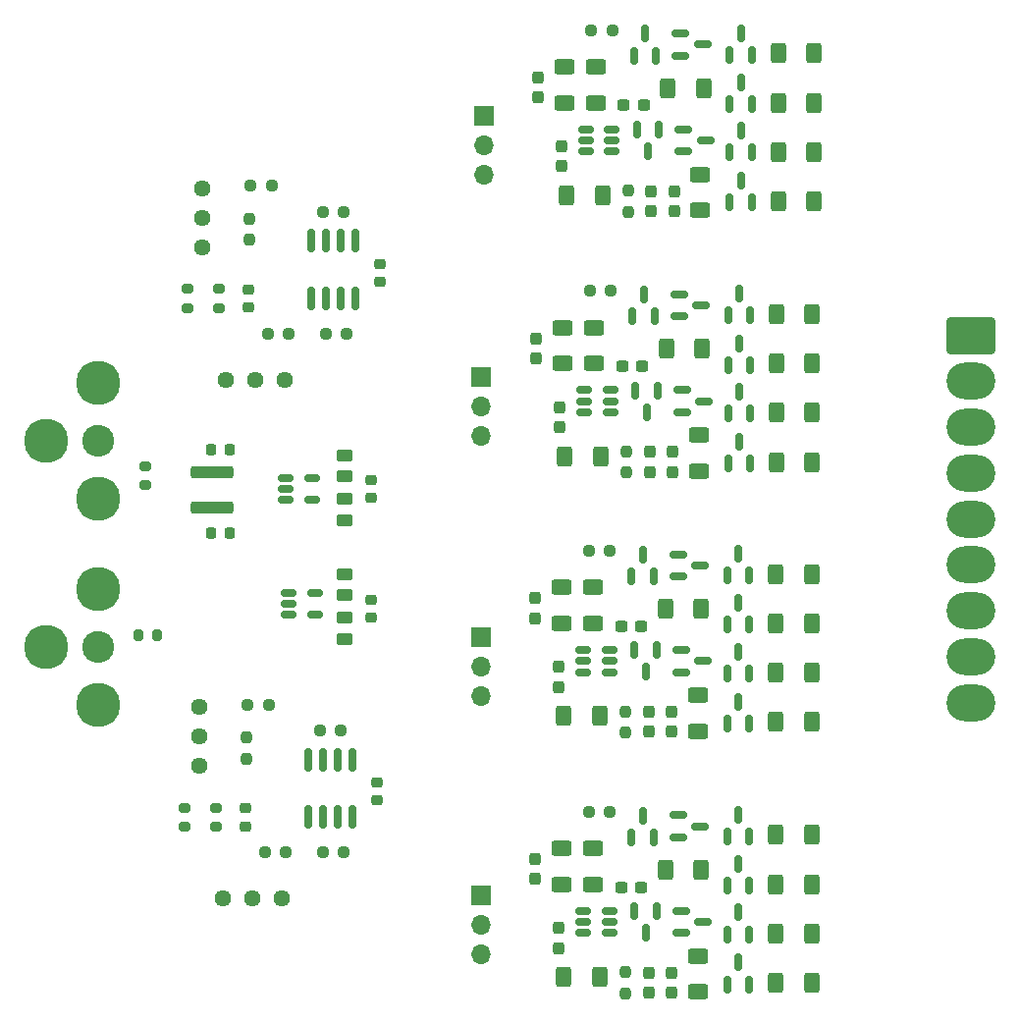
<source format=gbr>
%TF.GenerationSoftware,KiCad,Pcbnew,9.0.0*%
%TF.CreationDate,2025-03-19T20:57:18-07:00*%
%TF.ProjectId,deflection_board_2,6465666c-6563-4746-996f-6e5f626f6172,rev?*%
%TF.SameCoordinates,Original*%
%TF.FileFunction,Soldermask,Top*%
%TF.FilePolarity,Negative*%
%FSLAX46Y46*%
G04 Gerber Fmt 4.6, Leading zero omitted, Abs format (unit mm)*
G04 Created by KiCad (PCBNEW 9.0.0) date 2025-03-19 20:57:18*
%MOMM*%
%LPD*%
G01*
G04 APERTURE LIST*
G04 Aperture macros list*
%AMRoundRect*
0 Rectangle with rounded corners*
0 $1 Rounding radius*
0 $2 $3 $4 $5 $6 $7 $8 $9 X,Y pos of 4 corners*
0 Add a 4 corners polygon primitive as box body*
4,1,4,$2,$3,$4,$5,$6,$7,$8,$9,$2,$3,0*
0 Add four circle primitives for the rounded corners*
1,1,$1+$1,$2,$3*
1,1,$1+$1,$4,$5*
1,1,$1+$1,$6,$7*
1,1,$1+$1,$8,$9*
0 Add four rect primitives between the rounded corners*
20,1,$1+$1,$2,$3,$4,$5,0*
20,1,$1+$1,$4,$5,$6,$7,0*
20,1,$1+$1,$6,$7,$8,$9,0*
20,1,$1+$1,$8,$9,$2,$3,0*%
G04 Aperture macros list end*
%ADD10RoundRect,0.200000X-0.275000X0.200000X-0.275000X-0.200000X0.275000X-0.200000X0.275000X0.200000X0*%
%ADD11C,3.820000*%
%ADD12C,2.754000*%
%ADD13RoundRect,0.237500X-0.250000X-0.237500X0.250000X-0.237500X0.250000X0.237500X-0.250000X0.237500X0*%
%ADD14RoundRect,0.150000X-0.587500X-0.150000X0.587500X-0.150000X0.587500X0.150000X-0.587500X0.150000X0*%
%ADD15RoundRect,0.250000X0.400000X0.625000X-0.400000X0.625000X-0.400000X-0.625000X0.400000X-0.625000X0*%
%ADD16RoundRect,0.250000X-0.400000X-0.625000X0.400000X-0.625000X0.400000X0.625000X-0.400000X0.625000X0*%
%ADD17RoundRect,0.250000X-0.450000X0.262500X-0.450000X-0.262500X0.450000X-0.262500X0.450000X0.262500X0*%
%ADD18RoundRect,0.150000X0.150000X-0.587500X0.150000X0.587500X-0.150000X0.587500X-0.150000X-0.587500X0*%
%ADD19RoundRect,0.237500X0.250000X0.237500X-0.250000X0.237500X-0.250000X-0.237500X0.250000X-0.237500X0*%
%ADD20RoundRect,0.150000X-0.150000X0.587500X-0.150000X-0.587500X0.150000X-0.587500X0.150000X0.587500X0*%
%ADD21RoundRect,0.200000X0.275000X-0.200000X0.275000X0.200000X-0.275000X0.200000X-0.275000X-0.200000X0*%
%ADD22RoundRect,0.250000X0.625000X-0.400000X0.625000X0.400000X-0.625000X0.400000X-0.625000X-0.400000X0*%
%ADD23C,1.440000*%
%ADD24R,1.700000X1.700000*%
%ADD25O,1.700000X1.700000*%
%ADD26RoundRect,0.250000X-0.625000X0.400000X-0.625000X-0.400000X0.625000X-0.400000X0.625000X0.400000X0*%
%ADD27RoundRect,0.225000X0.250000X-0.225000X0.250000X0.225000X-0.250000X0.225000X-0.250000X-0.225000X0*%
%ADD28RoundRect,0.150000X-0.512500X-0.150000X0.512500X-0.150000X0.512500X0.150000X-0.512500X0.150000X0*%
%ADD29RoundRect,0.237500X-0.237500X0.300000X-0.237500X-0.300000X0.237500X-0.300000X0.237500X0.300000X0*%
%ADD30RoundRect,0.225000X-0.250000X0.225000X-0.250000X-0.225000X0.250000X-0.225000X0.250000X0.225000X0*%
%ADD31RoundRect,0.237500X-0.300000X-0.237500X0.300000X-0.237500X0.300000X0.237500X-0.300000X0.237500X0*%
%ADD32RoundRect,0.150000X0.512500X0.150000X-0.512500X0.150000X-0.512500X-0.150000X0.512500X-0.150000X0*%
%ADD33RoundRect,0.150000X0.150000X-0.825000X0.150000X0.825000X-0.150000X0.825000X-0.150000X-0.825000X0*%
%ADD34RoundRect,0.225000X-0.225000X-0.250000X0.225000X-0.250000X0.225000X0.250000X-0.225000X0.250000X0*%
%ADD35RoundRect,0.237500X-0.237500X0.250000X-0.237500X-0.250000X0.237500X-0.250000X0.237500X0.250000X0*%
%ADD36RoundRect,0.237500X0.237500X-0.300000X0.237500X0.300000X-0.237500X0.300000X-0.237500X-0.300000X0*%
%ADD37RoundRect,0.237500X0.237500X-0.250000X0.237500X0.250000X-0.237500X0.250000X-0.237500X-0.250000X0*%
%ADD38RoundRect,0.250000X-1.600000X0.300000X-1.600000X-0.300000X1.600000X-0.300000X1.600000X0.300000X0*%
%ADD39RoundRect,0.200000X0.200000X0.275000X-0.200000X0.275000X-0.200000X-0.275000X0.200000X-0.275000X0*%
%ADD40RoundRect,0.250000X-1.850000X1.330000X-1.850000X-1.330000X1.850000X-1.330000X1.850000X1.330000X0*%
%ADD41O,4.200000X3.160000*%
G04 APERTURE END LIST*
D10*
%TO.C,R46*%
X151150000Y-135395000D03*
X151150000Y-137045000D03*
%TD*%
D11*
%TO.C,J6*%
X143750000Y-98750000D03*
X143750000Y-108750000D03*
X139250000Y-103750000D03*
D12*
X143750000Y-103750000D03*
%TD*%
D13*
%TO.C,R33*%
X186012500Y-135745000D03*
X187837500Y-135745000D03*
%TD*%
D14*
%TO.C,Q12*%
X194068750Y-99384045D03*
X194068750Y-101284045D03*
X195943750Y-100334045D03*
%TD*%
%TO.C,Q19*%
X193737500Y-113545000D03*
X193737500Y-115445000D03*
X195612500Y-114495000D03*
%TD*%
D15*
%TO.C,R39*%
X205225000Y-137745000D03*
X202125000Y-137745000D03*
%TD*%
D16*
%TO.C,R38*%
X202125000Y-150495000D03*
X205225000Y-150495000D03*
%TD*%
D17*
%TO.C,R52*%
X165000000Y-119000000D03*
X165000000Y-120825000D03*
%TD*%
D18*
%TO.C,Q30*%
X197975000Y-150620000D03*
X199875000Y-150620000D03*
X198925000Y-148745000D03*
%TD*%
D15*
%TO.C,R19*%
X205306250Y-92834045D03*
X202206250Y-92834045D03*
%TD*%
D19*
%TO.C,R59*%
X158662500Y-81750000D03*
X156837500Y-81750000D03*
%TD*%
D20*
%TO.C,Q3*%
X192093750Y-76902252D03*
X190193750Y-76902252D03*
X191143750Y-78777252D03*
%TD*%
D21*
%TO.C,R53*%
X147750000Y-107575000D03*
X147750000Y-105925000D03*
%TD*%
D22*
%TO.C,R32*%
X183675000Y-141995000D03*
X183675000Y-138895000D03*
%TD*%
D15*
%TO.C,R29*%
X205225000Y-115245000D03*
X202125000Y-115245000D03*
%TD*%
D18*
%TO.C,Q29*%
X197975000Y-142120000D03*
X199875000Y-142120000D03*
X198925000Y-140245000D03*
%TD*%
D15*
%TO.C,R35*%
X205225000Y-141995000D03*
X202125000Y-141995000D03*
%TD*%
D23*
%TO.C,RV8*%
X152400000Y-126720000D03*
X152400000Y-129260000D03*
X152400000Y-131800000D03*
%TD*%
D24*
%TO.C,J4*%
X176750000Y-142975000D03*
D25*
X176750000Y-145515000D03*
X176750000Y-148055000D03*
%TD*%
D26*
%TO.C,R1*%
X186643750Y-71489752D03*
X186643750Y-74589752D03*
%TD*%
%TO.C,R21*%
X186425000Y-116395000D03*
X186425000Y-119495000D03*
%TD*%
D11*
%TO.C,J7*%
X143750000Y-116500000D03*
X143750000Y-126500000D03*
X139250000Y-121500000D03*
D12*
X143750000Y-121500000D03*
%TD*%
D27*
%TO.C,C21*%
X156650000Y-92245000D03*
X156650000Y-90695000D03*
%TD*%
D15*
%TO.C,R36*%
X195725000Y-140745000D03*
X192625000Y-140745000D03*
%TD*%
D28*
%TO.C,U5*%
X159862500Y-106962500D03*
X159862500Y-107912500D03*
X159862500Y-108862500D03*
X162137500Y-108862500D03*
X162137500Y-106962500D03*
%TD*%
D20*
%TO.C,Q26*%
X191875000Y-144307500D03*
X189975000Y-144307500D03*
X190925000Y-146182500D03*
%TD*%
D15*
%TO.C,R16*%
X195806250Y-95834045D03*
X192706250Y-95834045D03*
%TD*%
D29*
%TO.C,C16*%
X183425000Y-145770000D03*
X183425000Y-147495000D03*
%TD*%
D30*
%TO.C,C30*%
X167250000Y-117475000D03*
X167250000Y-119025000D03*
%TD*%
D13*
%TO.C,R62*%
X163337500Y-94500000D03*
X165162500Y-94500000D03*
%TD*%
D31*
%TO.C,C15*%
X188812500Y-119745000D03*
X190537500Y-119745000D03*
%TD*%
D32*
%TO.C,U1*%
X188031250Y-78789752D03*
X188031250Y-77839752D03*
X188031250Y-76889752D03*
X185756250Y-76889752D03*
X185756250Y-77839752D03*
X185756250Y-78789752D03*
%TD*%
D18*
%TO.C,Q31*%
X197975000Y-137870000D03*
X199875000Y-137870000D03*
X198925000Y-135995000D03*
%TD*%
D29*
%TO.C,C2*%
X181643750Y-72427252D03*
X181643750Y-74152252D03*
%TD*%
D33*
%TO.C,U6*%
X162095000Y-91475000D03*
X163365000Y-91475000D03*
X164635000Y-91475000D03*
X165905000Y-91475000D03*
X165905000Y-86525000D03*
X164635000Y-86525000D03*
X163365000Y-86525000D03*
X162095000Y-86525000D03*
%TD*%
D16*
%TO.C,R42*%
X183956250Y-105084045D03*
X187056250Y-105084045D03*
%TD*%
D22*
%TO.C,R17*%
X195506250Y-106384045D03*
X195506250Y-103284045D03*
%TD*%
D14*
%TO.C,Q2*%
X193956250Y-68639752D03*
X193956250Y-70539752D03*
X195831250Y-69589752D03*
%TD*%
D34*
%TO.C,C25*%
X153475000Y-111750000D03*
X155025000Y-111750000D03*
%TD*%
D31*
%TO.C,C10*%
X188893750Y-97334045D03*
X190618750Y-97334045D03*
%TD*%
%TO.C,C20*%
X188812500Y-142245000D03*
X190537500Y-142245000D03*
%TD*%
D35*
%TO.C,R14*%
X189256250Y-104671545D03*
X189256250Y-106496545D03*
%TD*%
D15*
%TO.C,R25*%
X205225000Y-119495000D03*
X202125000Y-119495000D03*
%TD*%
D23*
%TO.C,RV7*%
X154700000Y-98500000D03*
X157240000Y-98500000D03*
X159780000Y-98500000D03*
%TD*%
D13*
%TO.C,R70*%
X162837500Y-128750000D03*
X164662500Y-128750000D03*
%TD*%
D18*
%TO.C,Q13*%
X198056250Y-97209045D03*
X199956250Y-97209045D03*
X199006250Y-95334045D03*
%TD*%
D36*
%TO.C,C13*%
X193175000Y-128857500D03*
X193175000Y-127132500D03*
%TD*%
D19*
%TO.C,R61*%
X160162500Y-94500000D03*
X158337500Y-94500000D03*
%TD*%
D18*
%TO.C,Q23*%
X197975000Y-115370000D03*
X199875000Y-115370000D03*
X198925000Y-113495000D03*
%TD*%
D29*
%TO.C,C14*%
X181425000Y-117332500D03*
X181425000Y-119057500D03*
%TD*%
D18*
%TO.C,Q6*%
X198193750Y-70464752D03*
X200093750Y-70464752D03*
X199143750Y-68589752D03*
%TD*%
%TO.C,Q25*%
X189725000Y-137932500D03*
X191625000Y-137932500D03*
X190675000Y-136057500D03*
%TD*%
D16*
%TO.C,R10*%
X202343750Y-78839752D03*
X205443750Y-78839752D03*
%TD*%
D19*
%TO.C,R65*%
X159912500Y-139250000D03*
X158087500Y-139250000D03*
%TD*%
D16*
%TO.C,R40*%
X202125000Y-146245000D03*
X205225000Y-146245000D03*
%TD*%
D22*
%TO.C,R4*%
X195643750Y-83889752D03*
X195643750Y-80789752D03*
%TD*%
D17*
%TO.C,R51*%
X165000000Y-115250000D03*
X165000000Y-117075000D03*
%TD*%
D32*
%TO.C,U2*%
X187893750Y-101284045D03*
X187893750Y-100334045D03*
X187893750Y-99384045D03*
X185618750Y-99384045D03*
X185618750Y-100334045D03*
X185618750Y-101284045D03*
%TD*%
%TO.C,U3*%
X187812500Y-123695000D03*
X187812500Y-122745000D03*
X187812500Y-121795000D03*
X185537500Y-121795000D03*
X185537500Y-122745000D03*
X185537500Y-123695000D03*
%TD*%
D13*
%TO.C,R23*%
X186012500Y-113245000D03*
X187837500Y-113245000D03*
%TD*%
D22*
%TO.C,R27*%
X195425000Y-128795000D03*
X195425000Y-125695000D03*
%TD*%
D27*
%TO.C,C22*%
X156400000Y-136995000D03*
X156400000Y-135445000D03*
%TD*%
D13*
%TO.C,R5*%
X186231250Y-68339752D03*
X188056250Y-68339752D03*
%TD*%
D14*
%TO.C,Q4*%
X194206250Y-76889752D03*
X194206250Y-78789752D03*
X196081250Y-77839752D03*
%TD*%
D16*
%TO.C,R8*%
X202343750Y-83089752D03*
X205443750Y-83089752D03*
%TD*%
%TO.C,R44*%
X183875000Y-149995000D03*
X186975000Y-149995000D03*
%TD*%
D26*
%TO.C,R11*%
X186506250Y-93984045D03*
X186506250Y-97084045D03*
%TD*%
D16*
%TO.C,R28*%
X202125000Y-127995000D03*
X205225000Y-127995000D03*
%TD*%
D37*
%TO.C,R69*%
X156500000Y-131162500D03*
X156500000Y-129337500D03*
%TD*%
D15*
%TO.C,R3*%
X195943750Y-73339752D03*
X192843750Y-73339752D03*
%TD*%
D22*
%TO.C,R22*%
X183675000Y-119495000D03*
X183675000Y-116395000D03*
%TD*%
D34*
%TO.C,C27*%
X153475000Y-104500000D03*
X155025000Y-104500000D03*
%TD*%
D14*
%TO.C,Q20*%
X193987500Y-121795000D03*
X193987500Y-123695000D03*
X195862500Y-122745000D03*
%TD*%
D16*
%TO.C,R41*%
X184093750Y-82589752D03*
X187193750Y-82589752D03*
%TD*%
D18*
%TO.C,Q16*%
X198056250Y-101396545D03*
X199956250Y-101396545D03*
X199006250Y-99521545D03*
%TD*%
D29*
%TO.C,C9*%
X181506250Y-94921545D03*
X181506250Y-96646545D03*
%TD*%
D30*
%TO.C,C26*%
X167250000Y-107137500D03*
X167250000Y-108687500D03*
%TD*%
D22*
%TO.C,R37*%
X195425000Y-151295000D03*
X195425000Y-148195000D03*
%TD*%
D36*
%TO.C,C4*%
X191393750Y-83952252D03*
X191393750Y-82227252D03*
%TD*%
D24*
%TO.C,J1*%
X177000000Y-75725000D03*
D25*
X177000000Y-78265000D03*
X177000000Y-80805000D03*
%TD*%
D33*
%TO.C,U7*%
X161845000Y-136225000D03*
X163115000Y-136225000D03*
X164385000Y-136225000D03*
X165655000Y-136225000D03*
X165655000Y-131275000D03*
X164385000Y-131275000D03*
X163115000Y-131275000D03*
X161845000Y-131275000D03*
%TD*%
D21*
%TO.C,R48*%
X153900000Y-137045000D03*
X153900000Y-135395000D03*
%TD*%
D29*
%TO.C,C3*%
X183643750Y-78364752D03*
X183643750Y-80089752D03*
%TD*%
%TO.C,C6*%
X183506250Y-100859045D03*
X183506250Y-102584045D03*
%TD*%
D38*
%TO.C,L1*%
X153500000Y-106500000D03*
X153500000Y-109500000D03*
%TD*%
D24*
%TO.C,J3*%
X176750000Y-120725000D03*
D25*
X176750000Y-123265000D03*
X176750000Y-125805000D03*
%TD*%
D32*
%TO.C,U4*%
X187812500Y-146195000D03*
X187812500Y-145245000D03*
X187812500Y-144295000D03*
X185537500Y-144295000D03*
X185537500Y-145245000D03*
X185537500Y-146195000D03*
%TD*%
D18*
%TO.C,Q15*%
X198056250Y-92959045D03*
X199956250Y-92959045D03*
X199006250Y-91084045D03*
%TD*%
D27*
%TO.C,C24*%
X167750000Y-134775000D03*
X167750000Y-133225000D03*
%TD*%
D35*
%TO.C,R24*%
X189175000Y-127082500D03*
X189175000Y-128907500D03*
%TD*%
D29*
%TO.C,C19*%
X181425000Y-139832500D03*
X181425000Y-141557500D03*
%TD*%
D15*
%TO.C,R7*%
X205443750Y-74589752D03*
X202343750Y-74589752D03*
%TD*%
D14*
%TO.C,Q28*%
X193987500Y-144295000D03*
X193987500Y-146195000D03*
X195862500Y-145245000D03*
%TD*%
D18*
%TO.C,Q1*%
X189943750Y-70527252D03*
X191843750Y-70527252D03*
X190893750Y-68652252D03*
%TD*%
D36*
%TO.C,C18*%
X193175000Y-151357500D03*
X193175000Y-149632500D03*
%TD*%
D18*
%TO.C,Q7*%
X198193750Y-83214752D03*
X200093750Y-83214752D03*
X199143750Y-81339752D03*
%TD*%
%TO.C,Q17*%
X189725000Y-115432500D03*
X191625000Y-115432500D03*
X190675000Y-113557500D03*
%TD*%
D23*
%TO.C,RV6*%
X152650000Y-81970000D03*
X152650000Y-84510000D03*
X152650000Y-87050000D03*
%TD*%
D18*
%TO.C,Q9*%
X189806250Y-93021545D03*
X191706250Y-93021545D03*
X190756250Y-91146545D03*
%TD*%
D35*
%TO.C,R34*%
X189175000Y-149582500D03*
X189175000Y-151407500D03*
%TD*%
D27*
%TO.C,C23*%
X168000000Y-90025000D03*
X168000000Y-88475000D03*
%TD*%
D20*
%TO.C,Q10*%
X191956250Y-99396545D03*
X190056250Y-99396545D03*
X191006250Y-101271545D03*
%TD*%
D13*
%TO.C,R68*%
X163087500Y-84000000D03*
X164912500Y-84000000D03*
%TD*%
D31*
%TO.C,C1*%
X189031250Y-74839752D03*
X190756250Y-74839752D03*
%TD*%
D29*
%TO.C,C11*%
X183425000Y-123270000D03*
X183425000Y-124995000D03*
%TD*%
D36*
%TO.C,C5*%
X193393750Y-83952252D03*
X193393750Y-82227252D03*
%TD*%
D22*
%TO.C,R12*%
X183756250Y-97084045D03*
X183756250Y-93984045D03*
%TD*%
D14*
%TO.C,Q11*%
X193818750Y-91134045D03*
X193818750Y-93034045D03*
X195693750Y-92084045D03*
%TD*%
D18*
%TO.C,Q14*%
X198056250Y-105709045D03*
X199956250Y-105709045D03*
X199006250Y-103834045D03*
%TD*%
D35*
%TO.C,R6*%
X189393750Y-82177252D03*
X189393750Y-84002252D03*
%TD*%
D26*
%TO.C,R31*%
X186425000Y-138895000D03*
X186425000Y-141995000D03*
%TD*%
D13*
%TO.C,R13*%
X186093750Y-90834045D03*
X187918750Y-90834045D03*
%TD*%
D18*
%TO.C,Q32*%
X197975000Y-146307500D03*
X199875000Y-146307500D03*
X198925000Y-144432500D03*
%TD*%
D36*
%TO.C,C17*%
X191175000Y-151357500D03*
X191175000Y-149632500D03*
%TD*%
D10*
%TO.C,R45*%
X151400000Y-90645000D03*
X151400000Y-92295000D03*
%TD*%
D13*
%TO.C,R66*%
X163087500Y-139250000D03*
X164912500Y-139250000D03*
%TD*%
D16*
%TO.C,R20*%
X202206250Y-101334045D03*
X205306250Y-101334045D03*
%TD*%
D36*
%TO.C,C7*%
X191256250Y-106446545D03*
X191256250Y-104721545D03*
%TD*%
D19*
%TO.C,R63*%
X158412500Y-126500000D03*
X156587500Y-126500000D03*
%TD*%
D15*
%TO.C,R26*%
X195725000Y-118245000D03*
X192625000Y-118245000D03*
%TD*%
D18*
%TO.C,Q5*%
X198193750Y-74714752D03*
X200093750Y-74714752D03*
X199143750Y-72839752D03*
%TD*%
D36*
%TO.C,C8*%
X193256250Y-106446545D03*
X193256250Y-104721545D03*
%TD*%
D24*
%TO.C,J2*%
X176750000Y-98225000D03*
D25*
X176750000Y-100765000D03*
X176750000Y-103305000D03*
%TD*%
D39*
%TO.C,R54*%
X148825000Y-120500000D03*
X147175000Y-120500000D03*
%TD*%
D21*
%TO.C,R47*%
X154150000Y-92295000D03*
X154150000Y-90645000D03*
%TD*%
D18*
%TO.C,Q8*%
X198193750Y-78902252D03*
X200093750Y-78902252D03*
X199143750Y-77027252D03*
%TD*%
D16*
%TO.C,R30*%
X202125000Y-123745000D03*
X205225000Y-123745000D03*
%TD*%
D15*
%TO.C,R15*%
X205306250Y-97084045D03*
X202206250Y-97084045D03*
%TD*%
D37*
%TO.C,R67*%
X156750000Y-86412500D03*
X156750000Y-84587500D03*
%TD*%
D18*
%TO.C,Q21*%
X197975000Y-119620000D03*
X199875000Y-119620000D03*
X198925000Y-117745000D03*
%TD*%
D28*
%TO.C,U8*%
X160112500Y-116875000D03*
X160112500Y-117825000D03*
X160112500Y-118775000D03*
X162387500Y-118775000D03*
X162387500Y-116875000D03*
%TD*%
D22*
%TO.C,R2*%
X183893750Y-74589752D03*
X183893750Y-71489752D03*
%TD*%
D15*
%TO.C,R9*%
X205443750Y-70339752D03*
X202343750Y-70339752D03*
%TD*%
D18*
%TO.C,Q24*%
X197975000Y-123807500D03*
X199875000Y-123807500D03*
X198925000Y-121932500D03*
%TD*%
D17*
%TO.C,R50*%
X165000000Y-108750000D03*
X165000000Y-110575000D03*
%TD*%
D14*
%TO.C,Q27*%
X193737500Y-136045000D03*
X193737500Y-137945000D03*
X195612500Y-136995000D03*
%TD*%
D17*
%TO.C,R49*%
X165000000Y-105000000D03*
X165000000Y-106825000D03*
%TD*%
D20*
%TO.C,Q18*%
X191875000Y-121807500D03*
X189975000Y-121807500D03*
X190925000Y-123682500D03*
%TD*%
D36*
%TO.C,C12*%
X191175000Y-128857500D03*
X191175000Y-127132500D03*
%TD*%
D23*
%TO.C,RV9*%
X154450000Y-143250000D03*
X156990000Y-143250000D03*
X159530000Y-143250000D03*
%TD*%
D16*
%TO.C,R18*%
X202206250Y-105584045D03*
X205306250Y-105584045D03*
%TD*%
D18*
%TO.C,Q22*%
X197975000Y-128120000D03*
X199875000Y-128120000D03*
X198925000Y-126245000D03*
%TD*%
D16*
%TO.C,R43*%
X183875000Y-127495000D03*
X186975000Y-127495000D03*
%TD*%
D40*
%TO.C,J5*%
X219000000Y-94660000D03*
D41*
X219000000Y-98620000D03*
X219000000Y-102580000D03*
X219000000Y-106540000D03*
X219000000Y-110500000D03*
X219000000Y-114460000D03*
X219000000Y-118420000D03*
X219000000Y-122380000D03*
X219000000Y-126340000D03*
%TD*%
M02*

</source>
